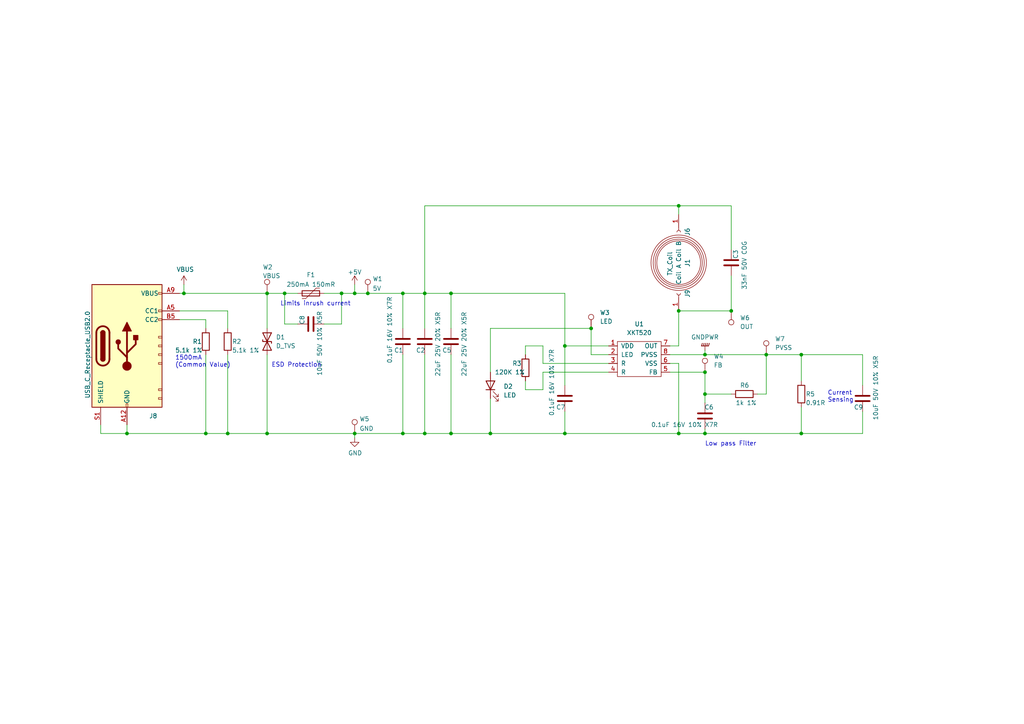
<source format=kicad_sch>
(kicad_sch (version 20250114) (generator "eeschema") (generator_version "9.0")
  (paper "A4")
  (lib_symbols
    (symbol "Connector:Conn_01x01_Female" (pin_names (offset 1.016) (hide yes))
      (property "Reference" "J" (at 0 2.54 0))
      (property "Value" "Conn_01x01_Female" (at 0 -2.54 0))
      (symbol "Conn_01x01_Female_1_1"
        (polyline (pts (xy -1.27 0) (xy -0.508 0)) (stroke (width 0.1524)))
        (arc (start 0 -0.508) (mid -0.5058 0) (end 0 0.508) (stroke (width 0.1524)))
        (pin passive line (at -5.08 0 0) (length 3.81) (name "Pin_1") (number "1"))
      )
    )
    (symbol "Device:C" (pin_numbers (hide yes)) (pin_names (offset 0.254))
      (property "Reference" "C" (at 0.635 2.54 0))
      (property "Value" "C" (at 0.635 -2.54 0))
      (symbol "C_0_1"
        (polyline (pts (xy -2.032 0.762) (xy 2.032 0.762)) (stroke (width 0.508)))
        (polyline (pts (xy -2.032 -0.762) (xy 2.032 -0.762)) (stroke (width 0.508)))
      )
      (symbol "C_1_1"
        (pin passive line (at 0 3.81 270) (length 2.794) (name "~") (number "1"))
        (pin passive line (at 0 -3.81 90) (length 2.794) (name "~") (number "2"))
      )
    )
    (symbol "Device:D_TVS" (pin_numbers (hide yes)) (pin_names (offset 1.016) (hide yes))
      (property "Reference" "D" (at 0 2.54 0))
      (property "Value" "D_TVS" (at 0 -2.54 0))
      (symbol "D_TVS_0_1"
        (polyline (pts (xy -2.54 1.27) (xy -2.54 -1.27) (xy 2.54 1.27) (xy 2.54 -1.27) (xy -2.54 1.27)) (stroke (width 0.254)))
        (polyline (pts (xy 0.508 1.27) (xy 0 1.27) (xy 0 -1.27) (xy -0.508 -1.27)) (stroke (width 0.254)))
        (polyline (pts (xy 1.27 0) (xy -1.27 0)))
      )
      (symbol "D_TVS_1_1"
        (pin passive line (at -3.81 0 0) (length 2.54) (name "A1") (number "1"))
        (pin passive line (at 3.81 0 180) (length 2.54) (name "A2") (number "2"))
      )
    )
    (symbol "Device:LED" (pin_numbers (hide yes)) (pin_names (offset 1.016) (hide yes))
      (property "Reference" "D" (at 0 2.54 0))
      (property "Value" "LED" (at 0 -2.54 0))
      (symbol "LED_0_1"
        (polyline (pts (xy -3.048 -0.762) (xy -4.572 -2.286) (xy -3.81 -2.286) (xy -4.572 -2.286) (xy -4.572 -1.524)))
        (polyline (pts (xy -1.778 -0.762) (xy -3.302 -2.286) (xy -2.54 -2.286) (xy -3.302 -2.286) (xy -3.302 -1.524)))
        (polyline (pts (xy -1.27 0) (xy 1.27 0)))
        (polyline (pts (xy -1.27 -1.27) (xy -1.27 1.27)) (stroke (width 0.254)))
        (polyline (pts (xy 1.27 -1.27) (xy 1.27 1.27) (xy -1.27 0) (xy 1.27 -1.27)) (stroke (width 0.254)))
      )
      (symbol "LED_1_1"
        (pin passive line (at -3.81 0 0) (length 2.54) (name "K") (number "1"))
        (pin passive line (at 3.81 0 180) (length 2.54) (name "A") (number "2"))
      )
    )
    (symbol "Device:Polyfuse" (pin_numbers (hide yes)) (pin_names (offset 0))
      (property "Reference" "F" (at -2.54 0 90))
      (property "Value" "Polyfuse" (at 2.54 0 90))
      (symbol "Polyfuse_0_1"
        (polyline (pts (xy -1.524 2.54) (xy -1.524 1.524) (xy 1.524 -1.524) (xy 1.524 -2.54)))
        (rectangle (start -0.762 2.54) (end 0.762 -2.54) (stroke (width 0.254)))
        (polyline (pts (xy 0 2.54) (xy 0 -2.54)))
      )
      (symbol "Polyfuse_1_1"
        (pin passive line (at 0 3.81 270) (length 1.27) (name "~") (number "1"))
        (pin passive line (at 0 -3.81 90) (length 1.27) (name "~") (number "2"))
      )
    )
    (symbol "Device:R" (pin_numbers (hide yes)) (pin_names (offset 0))
      (property "Reference" "R" (at 2.032 0 90))
      (property "Value" "R" (at 0 0 90))
      (symbol "R_0_1"
        (rectangle (start -1.016 -2.54) (end 1.016 2.54) (stroke (width 0.254)))
      )
      (symbol "R_1_1"
        (pin passive line (at 0 3.81 270) (length 1.27) (name "~") (number "1"))
        (pin passive line (at 0 -3.81 90) (length 1.27) (name "~") (number "2"))
      )
    )
    (symbol "Pixels-dice:TEST_1P-conn" (pin_numbers (hide yes)) (pin_names (offset 0.762) (hide yes))
      (property "Reference" "W" (at 0 6.858 0))
      (property "Value" "TEST_1P-conn" (at 0 5.08 0))
      (symbol "TEST_1P-conn_0_1"
        (circle (center 0 3.302) (radius 0.762))
      )
      (symbol "TEST_1P-conn_1_1"
        (pin passive line (at 0 0 90) (length 2.54) (name "1") (number "1"))
      )
    )
    (symbol "Pixels-dice:TX_Coil"
      (property "Reference" "J" (at 0 10.16 0))
      (property "Value" "TX_Coil" (at 0 -10.16 0))
      (symbol "TX_Coil_0_1"
        (circle (center 0 0) (radius 6.35))
        (circle (center 0 0) (radius 6.8392))
        (circle (center 0 0) (radius 7.4053))
        (circle (center 0 0) (radius 8.0322))
      )
    )
    (symbol "Pixels-dice:USB_C_Receptacle_USB2.0" (pin_names (offset 1.016))
      (property "Reference" "J" (at -10.16 19.05 0))
      (property "Value" "USB_C_Receptacle_USB2.0" (at 19.05 19.05 0))
      (symbol "USB_C_Receptacle_USB2.0_0_0"
        (rectangle (start -0.254 -17.78) (end 0.254 -16.764))
        (rectangle (start 10.16 15.494) (end 9.144 14.986))
        (rectangle (start 10.16 10.414) (end 9.144 9.906))
        (rectangle (start 10.16 7.874) (end 9.144 7.366))
        (rectangle (start 10.16 2.794) (end 9.144 2.286))
        (rectangle (start 10.16 0.254) (end 9.144 -0.254))
        (rectangle (start 10.16 -2.286) (end 9.144 -2.794))
        (rectangle (start 10.16 -4.826) (end 9.144 -5.334))
        (rectangle (start 10.16 -12.446) (end 9.144 -12.954))
        (rectangle (start 10.16 -14.986) (end 9.144 -15.494))
      )
      (symbol "USB_C_Receptacle_USB2.0_0_1"
        (rectangle (start -10.16 17.78) (end 10.16 -17.78) (stroke (width 0.254)) (fill (type background)))
        (polyline (pts (xy -8.89 -3.81) (xy -8.89 3.81)) (stroke (width 0.508)))
        (rectangle (start -7.62 -3.81) (end -6.35 3.81) (stroke (width 0.254)) (fill (type outline)))
        (arc (start -7.62 3.81) (mid -6.985 4.4422) (end -6.35 3.81) (stroke (width 0.254)))
        (arc (start -7.62 3.81) (mid -6.985 4.4422) (end -6.35 3.81) (stroke (width 0.254)) (fill (type outline)))
        (arc (start -8.89 3.81) (mid -6.985 5.7066) (end -5.08 3.81) (stroke (width 0.508)))
        (arc (start -5.08 -3.81) (mid -6.985 -5.7066) (end -8.89 -3.81) (stroke (width 0.508)))
        (arc (start -6.35 -3.81) (mid -6.985 -4.4422) (end -7.62 -3.81) (stroke (width 0.254)))
        (arc (start -6.35 -3.81) (mid -6.985 -4.4422) (end -7.62 -3.81) (stroke (width 0.254)) (fill (type outline)))
        (polyline (pts (xy -5.08 3.81) (xy -5.08 -3.81)) (stroke (width 0.508)))
        (circle (center -2.54 1.143) (radius 0.635) (stroke (width 0.254)) (fill (type outline)))
        (polyline (pts (xy -1.27 4.318) (xy 0 6.858) (xy 1.27 4.318) (xy -1.27 4.318)) (stroke (width 0.254)) (fill (type outline)))
        (polyline (pts (xy 0 -2.032) (xy 2.54 0.508) (xy 2.54 1.778)) (stroke (width 0.508)))
        (polyline (pts (xy 0 -3.302) (xy -2.54 -0.762) (xy -2.54 0.508)) (stroke (width 0.508)))
        (polyline (pts (xy 0 -5.842) (xy 0 4.318)) (stroke (width 0.508)))
        (circle (center 0 -5.842) (radius 1.27) (fill (type outline)))
        (rectangle (start 1.905 1.778) (end 3.175 3.048) (stroke (width 0.254)) (fill (type outline)))
      )
      (symbol "USB_C_Receptacle_USB2.0_1_1"
        (pin passive line (at -7.62 -22.86 90) (length 5.08) (name "SHIELD") (number "S1"))
        (pin passive line (at 0 -22.86 90) (length 5.08) (name "GND") (number "A12"))
        (pin passive line (at 0 -22.86 90) (length 5.08) (hide yes) (name "GND") (number "B12"))
        (pin passive line (at 15.24 15.24 180) (length 5.08) (name "VBUS") (number "A9"))
        (pin passive line (at 15.24 15.24 180) (length 5.08) (hide yes) (name "VBUS") (number "B9"))
        (pin bidirectional line (at 15.24 10.16 180) (length 5.08) (name "CC1") (number "A5"))
        (pin bidirectional line (at 15.24 7.62 180) (length 5.08) (name "CC2") (number "B5"))
      )
    )
    (symbol "Pixels-dice:XKT520" (pin_names (offset 1.016))
      (property "Reference" "U" (at 0 6.35 0))
      (property "Value" "XKT520" (at 0 -6.35 0))
      (symbol "XKT520_0_1"
        (rectangle (start -6.35 5.08) (end 6.35 -5.08))
      )
      (symbol "XKT520_1_1"
        (pin power_in line (at -8.89 3.81 0) (length 2.54) (name "VDD") (number "1"))
        (pin output line (at -8.89 1.27 0) (length 2.54) (name "LED") (number "2"))
        (pin passive line (at -8.89 -1.27 0) (length 2.54) (name "R") (number "3"))
        (pin passive line (at -8.89 -3.81 0) (length 2.54) (name "R") (number "4"))
        (pin output line (at 8.89 3.81 180) (length 2.54) (name "OUT") (number "7"))
        (pin output line (at 8.89 1.27 180) (length 2.54) (name "PVSS") (number "8"))
        (pin power_in line (at 8.89 -1.27 180) (length 2.54) (name "VSS") (number "6"))
        (pin input line (at 8.89 -3.81 180) (length 2.54) (name "FB") (number "5"))
      )
    )
    (symbol "power:+5V" (power) (pin_names (offset 0))
      (property "Value" "+5V" (at 0 3.556 0))
      (symbol "+5V_0_1"
        (polyline (pts (xy -0.762 1.27) (xy 0 2.54)))
        (polyline (pts (xy 0 2.54) (xy 0.762 1.27)))
        (polyline (pts (xy 0 0) (xy 0 2.54)))
      )
      (symbol "+5V_1_1"
        (pin power_in line (at 0 0 90) (length 0) (hide yes) (name "+5V") (number "1"))
      )
    )
    (symbol "power:GND" (power) (pin_names (offset 0))
      (property "Value" "GND" (at 0 -3.81 0))
      (symbol "GND_0_1"
        (polyline (pts (xy 0 0) (xy 0 -1.27) (xy 1.27 -1.27) (xy 0 -2.54) (xy -1.27 -1.27) (xy 0 -1.27)))
      )
      (symbol "GND_1_1"
        (pin power_in line (at 0 0 270) (length 0) (hide yes) (name "GND") (number "1"))
      )
    )
    (symbol "power:GNDPWR" (power) (pin_names (offset 0))
      (property "Value" "GNDPWR" (at 0 -3.302 0))
      (symbol "GNDPWR_0_1"
        (polyline (pts (xy -1.016 -1.27) (xy -1.27 -2.032) (xy -1.27 -2.032)) (stroke (width 0.2032)))
        (polyline (pts (xy -0.508 -1.27) (xy -0.762 -2.032) (xy -0.762 -2.032)) (stroke (width 0.2032)))
        (polyline (pts (xy 0 -1.27) (xy 0 0)))
        (polyline (pts (xy 0 -1.27) (xy -0.254 -2.032) (xy -0.254 -2.032)) (stroke (width 0.2032)))
        (polyline (pts (xy 0.508 -1.27) (xy 0.254 -2.032) (xy 0.254 -2.032)) (stroke (width 0.2032)))
        (polyline (pts (xy 1.016 -1.27) (xy -1.016 -1.27) (xy -1.016 -1.27)) (stroke (width 0.2032)))
        (polyline (pts (xy 1.016 -1.27) (xy 0.762 -2.032) (xy 0.762 -2.032) (xy 0.762 -2.032)) (stroke (width 0.2032)))
      )
      (symbol "GNDPWR_1_1"
        (pin power_in line (at 0 0 270) (length 0) (hide yes) (name "GNDPWR") (number "1"))
      )
    )
    (symbol "power:VBUS" (power) (pin_names (offset 0))
      (property "Value" "VBUS" (at 0 3.81 0))
      (symbol "VBUS_0_1"
        (polyline (pts (xy -0.762 1.27) (xy 0 2.54)))
        (polyline (pts (xy 0 2.54) (xy 0.762 1.27)))
        (polyline (pts (xy 0 0) (xy 0 2.54)))
      )
      (symbol "VBUS_1_1"
        (pin power_in line (at 0 0 90) (length 0) (hide yes) (name "VBUS") (number "1"))
      )
    )
  )
  (text "Limits inrush current" (at 81.28 88.9 0) (effects (font (size 1.27 1.27)) (justify left bottom)))
  (text "Low pass Filter" (at 204.47 129.54 0) (effects (font (size 1.27 1.27)) (justify left bottom)))
  (text "1500mA\n(Common Value)" (at 50.8 106.68 0) (effects (font (size 1.27 1.27)) (justify left bottom)))
  (text "Current\nSensing" (at 240.03 116.84 0) (effects (font (size 1.27 1.27)) (justify left bottom)))
  (text "ESD Protection" (at 78.74 106.68 0) (effects (font (size 1.27 1.27)) (justify left bottom)))
  (junction (at 130.81 125.73))
  (junction (at 99.06 85.09))
  (junction (at 130.81 85.09))
  (junction (at 196.85 59.69))
  (junction (at 163.83 100.33))
  (junction (at 222.25 102.87))
  (junction (at 212.09 90.17))
  (junction (at 102.87 85.09))
  (junction (at 204.47 125.73))
  (junction (at 196.85 125.73))
  (junction (at 196.85 90.17))
  (junction (at 53.34 85.09))
  (junction (at 116.84 85.09))
  (junction (at 77.47 85.09))
  (junction (at 204.47 107.95))
  (junction (at 102.87 125.73))
  (junction (at 171.45 95.25))
  (junction (at 36.83 125.73))
  (junction (at 232.41 125.73))
  (junction (at 66.04 125.73))
  (junction (at 232.41 102.87))
  (junction (at 59.69 125.73))
  (junction (at 204.47 114.3))
  (junction (at 77.47 125.73))
  (junction (at 116.84 125.73))
  (junction (at 204.47 102.87))
  (junction (at 123.19 85.09))
  (junction (at 123.19 125.73))
  (junction (at 82.55 85.09))
  (junction (at 142.24 125.73))
  (junction (at 106.68 85.09))
  (junction (at 163.83 125.73))
  (wire (pts (xy 77.47 125.73) (xy 102.87 125.73)))
  (wire (pts (xy 116.84 95.25) (xy 116.84 85.09)))
  (wire (pts (xy 163.83 100.33) (xy 176.53 100.33)))
  (wire (pts (xy 93.98 93.98) (xy 99.06 93.98)))
  (wire (pts (xy 222.25 102.87) (xy 232.41 102.87)))
  (wire (pts (xy 250.19 102.87) (xy 250.19 111.76)))
  (wire (pts (xy 102.87 82.55) (xy 102.87 85.09)))
  (wire (pts (xy 196.85 125.73) (xy 204.47 125.73)))
  (wire (pts (xy 52.07 92.71) (xy 59.69 92.71)))
  (wire (pts (xy 59.69 92.71) (xy 59.69 95.25)))
  (wire (pts (xy 163.83 119.38) (xy 163.83 125.73)))
  (wire (pts (xy 77.47 85.09) (xy 82.55 85.09)))
  (wire (pts (xy 196.85 105.41) (xy 194.31 105.41)))
  (wire (pts (xy 116.84 125.73) (xy 123.19 125.73)))
  (wire (pts (xy 142.24 95.25) (xy 142.24 107.95)))
  (wire (pts (xy 29.21 123.19) (xy 29.21 125.73)))
  (wire (pts (xy 130.81 125.73) (xy 142.24 125.73)))
  (wire (pts (xy 116.84 85.09) (xy 123.19 85.09)))
  (wire (pts (xy 171.45 102.87) (xy 176.53 102.87)))
  (wire (pts (xy 52.07 90.17) (xy 66.04 90.17)))
  (wire (pts (xy 219.71 114.3) (xy 222.25 114.3)))
  (wire (pts (xy 53.34 85.09) (xy 77.47 85.09)))
  (wire (pts (xy 142.24 95.25) (xy 171.45 95.25)))
  (wire (pts (xy 102.87 85.09) (xy 106.68 85.09)))
  (wire (pts (xy 250.19 119.38) (xy 250.19 125.73)))
  (wire (pts (xy 86.36 93.98) (xy 82.55 93.98)))
  (wire (pts (xy 204.47 114.3) (xy 204.47 107.95)))
  (wire (pts (xy 102.87 125.73) (xy 102.87 127)))
  (wire (pts (xy 163.83 125.73) (xy 196.85 125.73)))
  (wire (pts (xy 157.48 113.03) (xy 152.4 113.03)))
  (wire (pts (xy 196.85 90.17) (xy 196.85 100.33)))
  (wire (pts (xy 52.07 85.09) (xy 53.34 85.09)))
  (wire (pts (xy 250.19 125.73) (xy 232.41 125.73)))
  (wire (pts (xy 66.04 90.17) (xy 66.04 95.25)))
  (wire (pts (xy 157.48 100.33) (xy 152.4 100.33)))
  (wire (pts (xy 36.83 123.19) (xy 36.83 125.73)))
  (wire (pts (xy 99.06 93.98) (xy 99.06 85.09)))
  (wire (pts (xy 93.98 85.09) (xy 99.06 85.09)))
  (wire (pts (xy 204.47 124.46) (xy 204.47 125.73)))
  (wire (pts (xy 171.45 102.87) (xy 171.45 95.25)))
  (wire (pts (xy 232.41 118.11) (xy 232.41 125.73)))
  (wire (pts (xy 82.55 85.09) (xy 86.36 85.09)))
  (wire (pts (xy 66.04 102.87) (xy 66.04 125.73)))
  (wire (pts (xy 123.19 85.09) (xy 123.19 95.25)))
  (wire (pts (xy 194.31 107.95) (xy 204.47 107.95)))
  (wire (pts (xy 130.81 85.09) (xy 130.81 95.25)))
  (wire (pts (xy 232.41 125.73) (xy 204.47 125.73)))
  (wire (pts (xy 204.47 101.6) (xy 204.47 102.87)))
  (wire (pts (xy 212.09 59.69) (xy 196.85 59.69)))
  (wire (pts (xy 157.48 105.41) (xy 176.53 105.41)))
  (wire (pts (xy 204.47 102.87) (xy 222.25 102.87)))
  (wire (pts (xy 82.55 93.98) (xy 82.55 85.09)))
  (wire (pts (xy 194.31 102.87) (xy 204.47 102.87)))
  (wire (pts (xy 123.19 102.87) (xy 123.19 125.73)))
  (wire (pts (xy 163.83 85.09) (xy 163.83 100.33)))
  (wire (pts (xy 204.47 114.3) (xy 212.09 114.3)))
  (wire (pts (xy 123.19 59.69) (xy 123.19 85.09)))
  (wire (pts (xy 157.48 113.03) (xy 157.48 107.95)))
  (wire (pts (xy 222.25 114.3) (xy 222.25 102.87)))
  (wire (pts (xy 116.84 102.87) (xy 116.84 125.73)))
  (wire (pts (xy 29.21 125.73) (xy 36.83 125.73)))
  (wire (pts (xy 212.09 90.17) (xy 196.85 90.17)))
  (wire (pts (xy 77.47 102.87) (xy 77.47 125.73)))
  (wire (pts (xy 212.09 80.01) (xy 212.09 90.17)))
  (wire (pts (xy 232.41 102.87) (xy 232.41 110.49)))
  (wire (pts (xy 36.83 125.73) (xy 59.69 125.73)))
  (wire (pts (xy 66.04 125.73) (xy 77.47 125.73)))
  (wire (pts (xy 152.4 113.03) (xy 152.4 110.49)))
  (wire (pts (xy 77.47 85.09) (xy 77.47 95.25)))
  (wire (pts (xy 53.34 82.55) (xy 53.34 85.09)))
  (wire (pts (xy 232.41 102.87) (xy 250.19 102.87)))
  (wire (pts (xy 163.83 100.33) (xy 163.83 111.76)))
  (wire (pts (xy 157.48 107.95) (xy 176.53 107.95)))
  (wire (pts (xy 196.85 62.23) (xy 196.85 59.69)))
  (wire (pts (xy 130.81 102.87) (xy 130.81 125.73)))
  (wire (pts (xy 106.68 85.09) (xy 116.84 85.09)))
  (wire (pts (xy 142.24 115.57) (xy 142.24 125.73)))
  (wire (pts (xy 99.06 85.09) (xy 102.87 85.09)))
  (wire (pts (xy 142.24 125.73) (xy 163.83 125.73)))
  (wire (pts (xy 212.09 59.69) (xy 212.09 72.39)))
  (wire (pts (xy 196.85 105.41) (xy 196.85 125.73)))
  (wire (pts (xy 196.85 100.33) (xy 194.31 100.33)))
  (wire (pts (xy 59.69 102.87) (xy 59.69 125.73)))
  (wire (pts (xy 123.19 59.69) (xy 196.85 59.69)))
  (wire (pts (xy 102.87 125.73) (xy 116.84 125.73)))
  (wire (pts (xy 152.4 100.33) (xy 152.4 102.87)))
  (wire (pts (xy 123.19 125.73) (xy 130.81 125.73)))
  (wire (pts (xy 130.81 85.09) (xy 163.83 85.09)))
  (wire (pts (xy 59.69 125.73) (xy 66.04 125.73)))
  (wire (pts (xy 157.48 100.33) (xy 157.48 105.41)))
  (wire (pts (xy 123.19 85.09) (xy 130.81 85.09)))
  (wire (pts (xy 204.47 114.3) (xy 204.47 116.84)))
  (symbol (lib_id "Pixels-dice:USB_C_Receptacle_USB2.0") (at 36.83 100.33 0) (unit 1)
    (property "Reference" "J8" (at 44.45 120.65 0))
    (property "Value" "USB_C_Receptacle_USB2.0" (at 25.4 102.87 90))
    (property "Footprint" "Pixels-dice:USB-C-SMD_10P-P1.00-L6.8-W8.9_V1.1" (effects (hide yes)))
    (property "Datasheet" "https://www.usb.org/sites/default/files/documents/usb_type-c.zip" (effects (hide yes)))
    (property "LCSC Part Number" "C283540" (effects (hide yes)))
    (property "Part Number" "TYPE-C-31-M-17" (effects (hide yes)))
    (property "Manufacturer" "Korean Hroparts Elec" (effects (hide yes)))
    (property "Pixels Part Number" "SMD-J108" (effects (hide yes)))
  )
  (symbol (lib_id "Device:R") (at 66.04 99.06 180) (unit 1)
    (property "Reference" "R2" (at 67.31 99.06 0) (effects (justify right)))
    (property "Value" "5.1k 1%" (at 67.31 101.6 0) (effects (justify right)))
    (property "Footprint" "Resistor_SMD:R_0402_1005Metric" (effects (hide yes)))
    (property "LCSC Part Number" "C25905" (effects (hide yes)))
    (property "Part Number" "0402WGF5101TCE" (effects (hide yes)))
    (property "Manufacturer" "UNI-ROYAL(Uniroyal Elec)" (effects (hide yes)))
    (property "Pixels Part Number" "SMD-R101" (effects (hide yes)))
  )
  (symbol (lib_id "Device:C") (at 123.19 99.06 0) (unit 1)
    (property "Reference" "C2" (at 120.65 101.6 0) (effects (justify left)))
    (property "Value" "22uF 25V 20% X5R" (at 127 109.22 90) (effects (justify left)))
    (property "Footprint" "Capacitor_SMD:C_0805_2012Metric" (effects (hide yes)))
    (property "LCSC Part Number" "C86816" (effects (hide yes)))
    (property "Part Number" "GRM21BR61E226ME44L" (effects (hide yes)))
    (property "Manufacturer" "Murata" (effects (hide yes)))
  )
  (symbol (lib_id "Device:C") (at 116.84 99.06 0) (unit 1)
    (property "Reference" "C1" (at 114.3 101.6 0) (effects (justify left)))
    (property "Value" "0.1uF 16V 10% X7R" (at 113.03 105.41 90) (effects (justify left)))
    (property "Footprint" "Capacitor_SMD:C_0603_1608Metric" (effects (hide yes)))
    (property "LCSC Part Number" "C66501" (effects (hide yes)))
    (property "Part Number" "CL10B104KO8NNNC" (effects (hide yes)))
    (property "Manufacturer" "Samsung Electro-Mechanics" (effects (hide yes)))
  )
  (symbol (lib_id "Connector:Conn_01x01_Female") (at 196.85 85.09 270) (mirror x) (unit 1)
    (property "Reference" "J9" (at 199.39 86.36 0) (effects (justify left)))
    (property "Value" "Coil A" (at 196.85 82.55 0) (effects (justify left)))
    (property "Footprint" "Pixels-dice:TestPoint_Pad_D2.0mm_V1.1" (effects (hide yes)))
  )
  (symbol (lib_id "Connector:Conn_01x01_Female") (at 196.85 67.31 90) (mirror x) (unit 1)
    (property "Reference" "J6" (at 199.39 66.04 0) (effects (justify left)))
    (property "Value" "Coil B" (at 196.85 69.85 0) (effects (justify left)))
    (property "Footprint" "Pixels-dice:TestPoint_Pad_D2.0mm_V1.1" (effects (hide yes)))
  )
  (symbol (lib_id "Device:R") (at 59.69 99.06 180) (unit 1)
    (property "Reference" "R1" (at 55.88 99.06 0) (effects (justify right)))
    (property "Value" "5.1k 1%" (at 50.8 101.6 0) (effects (justify right)))
    (property "Footprint" "Resistor_SMD:R_0402_1005Metric" (effects (hide yes)))
    (property "LCSC Part Number" "C25905" (effects (hide yes)))
    (property "Part Number" "0402WGF5101TCE" (effects (hide yes)))
    (property "Manufacturer" "UNI-ROYAL(Uniroyal Elec)" (effects (hide yes)))
    (property "Pixels Part Number" "SMD-R101" (effects (hide yes)))
  )
  (symbol (lib_id "power:VBUS") (at 53.34 82.55 0) (unit 1)
    (property "Reference" "#PWR01" (effects (hide yes)))
    (property "Value" "VBUS" (at 53.721 78.1558 0))
  )
  (symbol (lib_id "Pixels-dice:TEST_1P-conn") (at 77.47 85.09 0) (unit 1)
    (property "Reference" "W2" (at 76.2 77.47 0) (effects (justify left)))
    (property "Value" "VBUS" (at 76.2 80.01 0) (effects (justify left)))
    (property "Footprint" "Pixels-dice:TEST_PIN1.5MM" (effects (hide yes)))
  )
  (symbol (lib_id "Pixels-dice:TEST_1P-conn") (at 222.25 102.87 0) (unit 1)
    (property "Reference" "W7" (at 224.79 98.2979 0) (effects (justify left)))
    (property "Value" "PVSS" (at 224.79 100.8379 0) (effects (justify left)))
    (property "Footprint" "Pixels-dice:TEST_PIN1.5MM" (effects (hide yes)))
  )
  (symbol (lib_id "Pixels-dice:TEST_1P-conn") (at 204.47 107.95 0) (unit 1)
    (property "Reference" "W4" (at 207.01 103.3779 0) (effects (justify left)))
    (property "Value" "FB" (at 207.01 105.9179 0) (effects (justify left)))
    (property "Footprint" "Pixels-dice:TEST_PIN1.5MM" (effects (hide yes)))
  )
  (symbol (lib_id "Device:LED") (at 142.24 111.76 90) (unit 1)
    (property "Reference" "D2" (at 146.05 112.0774 90) (effects (justify right)))
    (property "Value" "LED" (at 146.05 114.6174 90) (effects (justify right)))
    (property "Footprint" "LED_SMD:LED_0603_1608Metric" (effects (hide yes)))
    (property "LCSC Part Number" "C125099" (effects (hide yes)))
    (property "Manufacturer" "Lite-On" (effects (hide yes)))
    (property "Part Number" "LTST-C191KRKT" (effects (hide yes)))
  )
  (symbol (lib_id "Device:C") (at 212.09 76.2 0) (mirror x) (unit 1)
    (property "Reference" "C3" (at 213.36 72.39 90) (effects (justify left)))
    (property "Value" "33nF 50V COG" (at 215.9 69.85 90) (effects (justify left)))
    (property "Footprint" "Capacitor_SMD:C_1206_3216Metric" (effects (hide yes)))
    (property "Part Number" "GRM3195C1H333JA01J" (effects (hide yes)))
    (property "Manufacturer" "Murata" (effects (hide yes)))
  )
  (symbol (lib_id "Device:C") (at 250.19 115.57 0) (unit 1)
    (property "Reference" "C9" (at 247.65 118.11 0) (effects (justify left)))
    (property "Value" "10uF 50V 10% X5R" (at 254 121.92 90) (effects (justify left)))
    (property "Footprint" "Capacitor_SMD:C_0805_2012Metric" (effects (hide yes)))
    (property "Part Number" "GRM21BR61H106KE43L" (effects (hide yes)))
  )
  (symbol (lib_id "power:GNDPWR") (at 204.47 101.6 180) (unit 1)
    (property "Reference" "#PWR02" (effects (hide yes)))
    (property "Value" "GNDPWR" (at 204.47 97.79 0))
  )
  (symbol (lib_id "Pixels-dice:TEST_1P-conn") (at 102.87 125.73 0) (unit 1)
    (property "Reference" "W5" (at 104.267 121.5195 0) (effects (justify left)))
    (property "Value" "GND" (at 104.267 124.2946 0) (effects (justify left)))
    (property "Footprint" "Pixels-dice:TEST_PIN1.5MM" (effects (hide yes)))
  )
  (symbol (lib_id "power:GND") (at 102.87 127 0) (unit 1)
    (property "Reference" "#PWR03" (effects (hide yes)))
    (property "Value" "GND" (at 102.997 131.3942 0))
  )
  (symbol (lib_id "Pixels-dice:TEST_1P-conn") (at 106.68 85.09 0) (unit 1)
    (property "Reference" "W1" (at 108.077 80.8795 0) (effects (justify left)))
    (property "Value" "5V" (at 108.077 83.6546 0) (effects (justify left)))
    (property "Footprint" "Pixels-dice:TEST_PIN1.5MM" (effects (hide yes)))
  )
  (symbol (lib_id "Device:C") (at 90.17 93.98 270) (unit 1)
    (property "Reference" "C8" (at 87.63 91.44 0) (effects (justify left)))
    (property "Value" "10uF 50V 10% X5R" (at 92.71 90.17 0) (effects (justify left)))
    (property "Footprint" "Capacitor_SMD:C_0805_2012Metric" (effects (hide yes)))
    (property "LCSC Part Number" "C440198" (effects (hide yes)))
    (property "Part Number" "GRM21BR61H106KE43L" (effects (hide yes)))
    (property "Manufacturer" "Murata" (effects (hide yes)))
  )
  (symbol (lib_id "Pixels-dice:TEST_1P-conn") (at 212.09 90.17 180) (unit 1)
    (property "Reference" "W6" (at 214.63 92.2019 0) (effects (justify right)))
    (property "Value" "OUT" (at 214.63 94.7419 0) (effects (justify right)))
    (property "Footprint" "Pixels-dice:TEST_PIN1.5MM" (effects (hide yes)))
  )
  (symbol (lib_id "Device:R") (at 215.9 114.3 90) (unit 1)
    (property "Reference" "R6" (at 214.63 111.76 90) (effects (justify right)))
    (property "Value" "1k 1%" (at 213.36 116.84 90) (effects (justify right)))
    (property "Footprint" "Resistor_SMD:R_0402_1005Metric" (effects (hide yes)))
    (property "LCSC Part Number" "C11702" (effects (hide yes)))
    (property "Part Number" "0402WGF1001TCE" (effects (hide yes)))
    (property "Manufacturer" "UNI-ROYAL(Uniroyal Elec)" (effects (hide yes)))
  )
  (symbol (lib_id "Device:C") (at 204.47 120.65 180) (unit 1)
    (property "Reference" "C6" (at 207.01 118.11 0) (effects (justify left)))
    (property "Value" "0.1uF 16V 10% X7R" (at 208.28 123.19 0) (effects (justify left)))
    (property "Footprint" "Capacitor_SMD:C_0603_1608Metric" (effects (hide yes)))
    (property "LCSC Part Number" "C66501" (effects (hide yes)))
    (property "Part Number" "CL10B104KO8NNNC" (effects (hide yes)))
    (property "Manufacturer" "Samsung Electro-Mechanics" (effects (hide yes)))
  )
  (symbol (lib_id "Pixels-dice:XKT520") (at 185.42 104.14 0) (unit 1)
    (property "Reference" "U1" (at 185.42 93.98 0))
    (property "Value" "XKT520" (at 185.42 96.52 0))
    (property "Footprint" "Pixels-dice:SOIC-8_3.9x4.9mm_P1.27mm" (effects (hide yes)))
  )
  (symbol (lib_id "Device:D_TVS") (at 77.47 99.06 270) (unit 1)
    (property "Reference" "D1" (at 80.01 97.7899 90) (effects (justify left)))
    (property "Value" "D_TVS" (at 80.01 100.3299 90) (effects (justify left)))
    (property "Footprint" "Pixels-dice:DFN" (effects (hide yes)))
    (property "Manufacturer" "Murata" (effects (hide yes)))
    (property "Part Number" "LXES1UTAA1-157" (effects (hide yes)))
    (property "LCSC Part Number" "C5210979" (effects (hide yes)))
  )
  (symbol (lib_id "Pixels-dice:TEST_1P-conn") (at 171.45 95.25 0) (unit 1)
    (property "Reference" "W3" (at 173.99 90.6779 0) (effects (justify left)))
    (property "Value" "LED" (at 173.99 93.2179 0) (effects (justify left)))
    (property "Footprint" "Pixels-dice:TEST_PIN1.5MM" (effects (hide yes)))
  )
  (symbol (lib_id "Device:C") (at 130.81 99.06 0) (unit 1)
    (property "Reference" "C5" (at 128.27 101.6 0) (effects (justify left)))
    (property "Value" "22uF 25V 20% X5R" (at 134.62 109.22 90) (effects (justify left)))
    (property "Footprint" "Capacitor_SMD:C_0805_2012Metric" (effects (hide yes)))
    (property "LCSC Part Number" "C86816" (effects (hide yes)))
    (property "Part Number" "GRM21BR61E226ME44L" (effects (hide yes)))
    (property "Manufacturer" "Murata" (effects (hide yes)))
  )
  (symbol (lib_id "power:+5V") (at 102.87 82.55 0) (unit 1)
    (property "Reference" "#PWR04" (effects (hide yes)))
    (property "Value" "+5V" (at 102.87 78.9455 0))
  )
  (symbol (lib_id "Device:R") (at 152.4 106.68 180) (unit 1)
    (property "Reference" "R3" (at 148.59 105.41 0) (effects (justify right)))
    (property "Value" "120K 1%" (at 143.51 107.95 0) (effects (justify right)))
    (property "Footprint" "Resistor_SMD:R_0402_1005Metric" (effects (hide yes)))
    (property "LCSC Part Number" "C25750" (effects (hide yes)))
    (property "Part Number" "0402WGF1203TCE" (effects (hide yes)))
    (property "Manufacturer" "UNI-ROYAL(Uniroyal Elec)" (effects (hide yes)))
  )
  (symbol (lib_id "Pixels-dice:TX_Coil") (at 196.85 76.2 0) (unit 1)
    (property "Reference" "J1" (at 199.39 77.47 90) (effects (justify left)))
    (property "Value" "TX_Coil" (at 194.31 80.01 90) (effects (justify left)))
    (property "Footprint" "Pixels-dice:TX Coil" (effects (hide yes)))
    (property "Pixels Part Number" "THT-TXCOIL-1" (effects (hide yes)))
  )
  (symbol (lib_id "Device:R") (at 232.41 114.3 180) (unit 1)
    (property "Reference" "R5" (at 233.68 114.3 0) (effects (justify right)))
    (property "Value" "0.91R" (at 233.68 116.84 0) (effects (justify right)))
    (property "Footprint" "Resistor_SMD:R_1206_3216Metric" (effects (hide yes)))
    (property "LCSC Part Number" "C136987" (effects (hide yes)))
    (property "Part Number" "RL1206FR-7W0R91L" (effects (hide yes)))
    (property "Manufacturer" "YAGEO" (effects (hide yes)))
  )
  (symbol (lib_id "Device:C") (at 163.83 115.57 0) (unit 1)
    (property "Reference" "C7" (at 161.29 118.11 0) (effects (justify left)))
    (property "Value" "0.1uF 16V 10% X7R" (at 160.02 120.65 90) (effects (justify left)))
    (property "Footprint" "Capacitor_SMD:C_0603_1608Metric" (effects (hide yes)))
    (property "LCSC Part Number" "C66501" (effects (hide yes)))
    (property "Part Number" "CL10B104KO8NNNC" (effects (hide yes)))
    (property "Manufacturer" "Samsung Electro-Mechanics" (effects (hide yes)))
  )
  (symbol (lib_id "Device:Polyfuse") (at 90.17 85.09 90) (unit 1)
    (property "Reference" "F1" (at 90.17 79.7265 90))
    (property "Value" "250mA 150mR" (at 90.17 82.5016 90))
    (property "Footprint" "Fuse:Fuse_1206_3216Metric" (effects (hide yes)))
    (property "Manufacturer" "BHFUSE" (effects (hide yes)))
    (property "Part Number" "BSMD1206-025-33V" (effects (hide yes)))
    (property "LCSC Part Number" "C2977524" (effects (hide yes)))
  )
)
</source>
